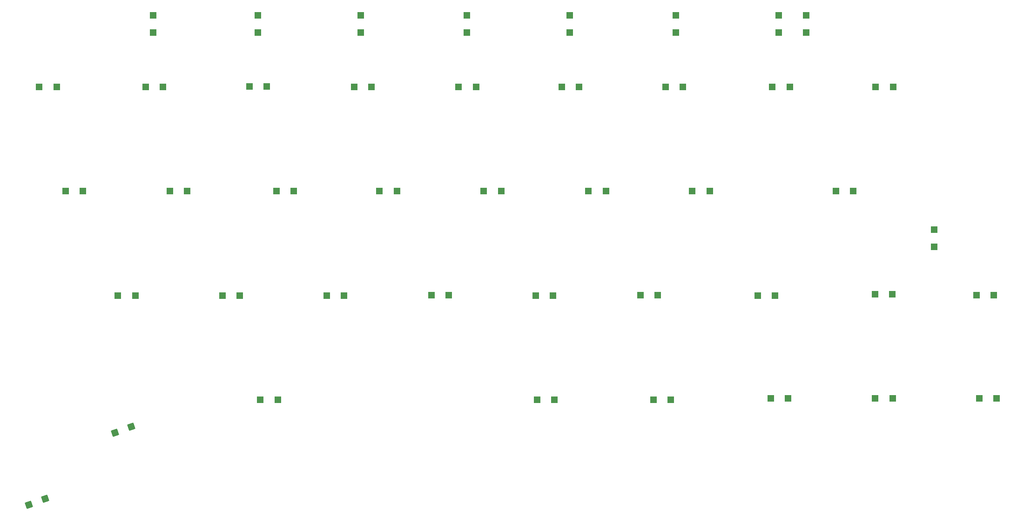
<source format=gtp>
G04 #@! TF.GenerationSoftware,KiCad,Pcbnew,(6.0.10-0)*
G04 #@! TF.CreationDate,2022-12-25T19:45:21-08:00*
G04 #@! TF.ProjectId,right,72696768-742e-46b6-9963-61645f706362,rev?*
G04 #@! TF.SameCoordinates,Original*
G04 #@! TF.FileFunction,Paste,Top*
G04 #@! TF.FilePolarity,Positive*
%FSLAX46Y46*%
G04 Gerber Fmt 4.6, Leading zero omitted, Abs format (unit mm)*
G04 Created by KiCad (PCBNEW (6.0.10-0)) date 2022-12-25 19:45:21*
%MOMM*%
%LPD*%
G01*
G04 APERTURE LIST*
G04 Aperture macros list*
%AMRotRect*
0 Rectangle, with rotation*
0 The origin of the aperture is its center*
0 $1 length*
0 $2 width*
0 $3 Rotation angle, in degrees counterclockwise*
0 Add horizontal line*
21,1,$1,$2,0,0,$3*%
G04 Aperture macros list end*
%ADD10R,1.200000X1.200000*%
%ADD11RotRect,1.200000X1.200000X20.000000*%
G04 APERTURE END LIST*
D10*
X54750000Y-34075000D03*
X54750000Y-30925000D03*
X73750000Y-34075000D03*
X73750000Y-30925000D03*
X92500000Y-34075000D03*
X92500000Y-30925000D03*
X34005000Y-43910000D03*
X37155000Y-43910000D03*
X38805000Y-62930000D03*
X41955000Y-62930000D03*
X48305000Y-81940000D03*
X51455000Y-81940000D03*
D11*
X32139984Y-120078682D03*
X35100016Y-119001318D03*
D10*
X53345000Y-43910000D03*
X56495000Y-43910000D03*
X57775000Y-62930000D03*
X60925000Y-62930000D03*
X67345000Y-81960000D03*
X70495000Y-81960000D03*
D11*
X47789984Y-106908682D03*
X50750016Y-105831318D03*
D10*
X72195000Y-43890000D03*
X75345000Y-43890000D03*
X77125000Y-62900000D03*
X80275000Y-62900000D03*
X86275000Y-81930000D03*
X89425000Y-81930000D03*
X74210000Y-100900000D03*
X77360000Y-100900000D03*
X111750000Y-34075000D03*
X111750000Y-30925000D03*
X91275000Y-43940000D03*
X94425000Y-43940000D03*
X95895000Y-62940000D03*
X99045000Y-62940000D03*
X105305000Y-81880000D03*
X108455000Y-81880000D03*
X124525000Y-100910000D03*
X127675000Y-100910000D03*
X130500000Y-34075000D03*
X130500000Y-30925000D03*
X110285000Y-43940000D03*
X113435000Y-43940000D03*
X114855000Y-62910000D03*
X118005000Y-62910000D03*
X124265000Y-81930000D03*
X127415000Y-81930000D03*
X145735000Y-100900000D03*
X148885000Y-100900000D03*
X149750000Y-34075000D03*
X149750000Y-30925000D03*
X129065000Y-43950000D03*
X132215000Y-43950000D03*
X133905000Y-62910000D03*
X137055000Y-62910000D03*
X143345000Y-81910000D03*
X146495000Y-81910000D03*
X167055000Y-100690000D03*
X170205000Y-100690000D03*
X168500000Y-34075000D03*
X168500000Y-30925000D03*
X147925000Y-43970000D03*
X151075000Y-43970000D03*
X152785000Y-62920000D03*
X155935000Y-62920000D03*
X164685000Y-81930000D03*
X167835000Y-81930000D03*
X186055000Y-100710000D03*
X189205000Y-100710000D03*
X173500000Y-34075000D03*
X173500000Y-30925000D03*
X167355000Y-43940000D03*
X170505000Y-43940000D03*
X178885000Y-62930000D03*
X182035000Y-62930000D03*
X185995000Y-81680000D03*
X189145000Y-81680000D03*
X204985000Y-100670000D03*
X208135000Y-100670000D03*
X186155000Y-43930000D03*
X189305000Y-43930000D03*
X196750000Y-73075000D03*
X196750000Y-69925000D03*
X204505000Y-81910000D03*
X207655000Y-81910000D03*
M02*

</source>
